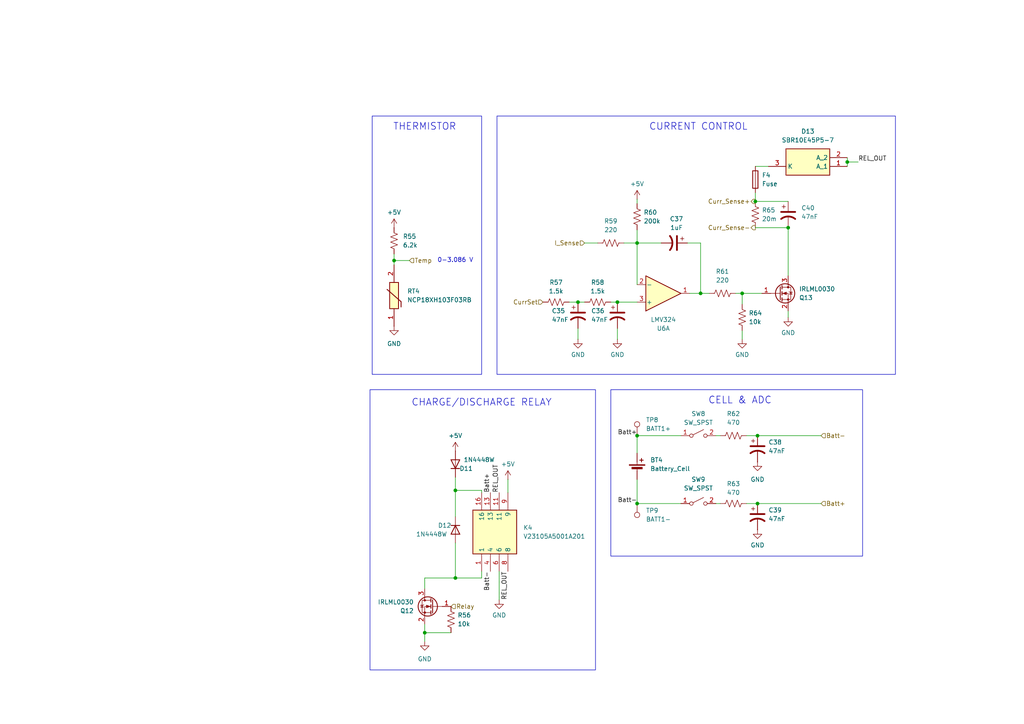
<source format=kicad_sch>
(kicad_sch (version 20231120) (generator "eeschema") (generator_version "8.0")
  (paper "A4")
  (lib_symbols
    (symbol "Amplifier_Operational:LMV324" (pin_names (offset 0.127))
      (property "Reference" "U" (at 0 5.08 0))
      (property "Value" "LMV324" (at 0 -5.08 0))
      (symbol "LMV324_1_1"
        (polyline (pts (xy -5.08 5.08) (xy 5.08 0) (xy -5.08 -5.08) (xy -5.08 5.08)) (stroke (width 0.254)) (fill (type background)))
        (pin output line (at 7.62 0 180) (length 2.54) (name "~") (number "1"))
        (pin input line (at -7.62 -2.54 0) (length 2.54) (name "-") (number "2"))
        (pin input line (at -7.62 2.54 0) (length 2.54) (name "+") (number "3"))
      )
      (symbol "LMV324_2_1"
        (polyline (pts (xy -5.08 5.08) (xy 5.08 0) (xy -5.08 -5.08) (xy -5.08 5.08)) (stroke (width 0.254)) (fill (type background)))
        (pin input line (at -7.62 2.54 0) (length 2.54) (name "+") (number "5"))
        (pin input line (at -7.62 -2.54 0) (length 2.54) (name "-") (number "6"))
        (pin output line (at 7.62 0 180) (length 2.54) (name "~") (number "7"))
      )
      (symbol "LMV324_3_1"
        (polyline (pts (xy -5.08 5.08) (xy 5.08 0) (xy -5.08 -5.08) (xy -5.08 5.08)) (stroke (width 0.254)) (fill (type background)))
        (pin input line (at -7.62 2.54 0) (length 2.54) (name "+") (number "10"))
        (pin output line (at 7.62 0 180) (length 2.54) (name "~") (number "8"))
        (pin input line (at -7.62 -2.54 0) (length 2.54) (name "-") (number "9"))
      )
      (symbol "LMV324_4_1"
        (polyline (pts (xy -5.08 5.08) (xy 5.08 0) (xy -5.08 -5.08) (xy -5.08 5.08)) (stroke (width 0.254)) (fill (type background)))
        (pin input line (at -7.62 2.54 0) (length 2.54) (name "+") (number "12"))
        (pin input line (at -7.62 -2.54 0) (length 2.54) (name "-") (number "13"))
        (pin output line (at 7.62 0 180) (length 2.54) (name "~") (number "14"))
      )
      (symbol "LMV324_5_1"
        (pin power_in line (at -2.54 -7.62 90) (length 3.81) (name "V-") (number "11"))
        (pin power_in line (at -2.54 7.62 270) (length 3.81) (name "V+") (number "4"))
      )
    )
    (symbol "Connector:TestPoint" (pin_numbers hide) (pin_names (offset 0.762) hide)
      (property "Reference" "TP" (at 0 6.858 0))
      (property "Value" "TestPoint" (at 0 5.08 0))
      (symbol "TestPoint_0_1"
        (circle (center 0 3.302) (radius 0.762))
      )
      (symbol "TestPoint_1_1"
        (pin passive line (at 0 0 90) (length 2.54) (name "1") (number "1"))
      )
    )
    (symbol "Device:Battery_Cell" (pin_numbers hide) (pin_names (offset 0) hide)
      (property "Reference" "BT" (at 2.54 2.54 0))
      (property "Value" "Battery_Cell" (at 2.54 0 0))
      (symbol "Battery_Cell_0_1"
        (rectangle (start -2.286 1.778) (end 2.286 1.524) (fill (type outline)))
        (rectangle (start -1.524 1.016) (end 1.524 0.508) (fill (type outline)))
        (polyline (pts (xy 0 0.762) (xy 0 0)))
        (polyline (pts (xy 0 1.778) (xy 0 2.54)))
        (polyline (pts (xy 0.762 3.048) (xy 1.778 3.048)) (stroke (width 0.254)))
        (polyline (pts (xy 1.27 3.556) (xy 1.27 2.54)) (stroke (width 0.254)))
      )
      (symbol "Battery_Cell_1_1"
        (pin passive line (at 0 5.08 270) (length 2.54) (name "+") (number "1"))
        (pin passive line (at 0 -2.54 90) (length 2.54) (name "-") (number "2"))
      )
    )
    (symbol "Device:C_Polarized_US" (pin_numbers hide) (pin_names (offset 0.254) hide)
      (property "Reference" "C" (at 0.635 2.54 0))
      (property "Value" "C_Polarized_US" (at 0.635 -2.54 0))
      (symbol "C_Polarized_US_0_1"
        (polyline (pts (xy -2.032 0.762) (xy 2.032 0.762)) (stroke (width 0.508)))
        (polyline (pts (xy -1.778 2.286) (xy -0.762 2.286)))
        (polyline (pts (xy -1.27 1.778) (xy -1.27 2.794)))
        (arc (start 2.032 -1.27) (mid 0 -0.5572) (end -2.032 -1.27) (stroke (width 0.508)))
      )
      (symbol "C_Polarized_US_1_1"
        (pin passive line (at 0 3.81 270) (length 2.794) (name "~") (number "1"))
        (pin passive line (at 0 -3.81 90) (length 3.302) (name "~") (number "2"))
      )
    )
    (symbol "Device:Fuse" (pin_numbers hide) (pin_names (offset 0))
      (property "Reference" "F" (at 2.032 0 90))
      (property "Value" "Fuse" (at -1.905 0 90))
      (symbol "Fuse_0_1"
        (rectangle (start -0.762 -2.54) (end 0.762 2.54) (stroke (width 0.254)))
        (polyline (pts (xy 0 2.54) (xy 0 -2.54)))
      )
      (symbol "Fuse_1_1"
        (pin passive line (at 0 3.81 270) (length 1.27) (name "~") (number "1"))
        (pin passive line (at 0 -3.81 90) (length 1.27) (name "~") (number "2"))
      )
    )
    (symbol "Device:R_US" (pin_numbers hide) (pin_names (offset 0))
      (property "Reference" "R" (at 2.54 0 90))
      (property "Value" "R_US" (at -2.54 0 90))
      (symbol "R_US_0_1"
        (polyline (pts (xy 0 -2.286) (xy 0 -2.54)))
        (polyline (pts (xy 0 2.286) (xy 0 2.54)))
        (polyline (pts (xy 0 -0.762) (xy 1.016 -1.143) (xy 0 -1.524) (xy -1.016 -1.905) (xy 0 -2.286)))
        (polyline (pts (xy 0 0.762) (xy 1.016 0.381) (xy 0 0) (xy -1.016 -0.381) (xy 0 -0.762)))
        (polyline (pts (xy 0 2.286) (xy 1.016 1.905) (xy 0 1.524) (xy -1.016 1.143) (xy 0 0.762)))
      )
      (symbol "R_US_1_1"
        (pin passive line (at 0 3.81 270) (length 1.27) (name "~") (number "1"))
        (pin passive line (at 0 -3.81 90) (length 1.27) (name "~") (number "2"))
      )
    )
    (symbol "Diode:1N4448W" (pin_numbers hide) (pin_names hide)
      (property "Reference" "D" (at 0 2.54 0))
      (property "Value" "1N4448W" (at 0 -2.54 0))
      (symbol "1N4448W_0_1"
        (polyline (pts (xy -1.27 1.27) (xy -1.27 -1.27)) (stroke (width 0.254)))
        (polyline (pts (xy 1.27 0) (xy -1.27 0)))
        (polyline (pts (xy 1.27 1.27) (xy 1.27 -1.27) (xy -1.27 0) (xy 1.27 1.27)) (stroke (width 0.254)))
      )
      (symbol "1N4448W_1_1"
        (pin passive line (at -3.81 0 0) (length 2.54) (name "K") (number "1"))
        (pin passive line (at 3.81 0 180) (length 2.54) (name "A") (number "2"))
      )
    )
    (symbol "NCP18XH103F03RB:NCP18XH103F03RB" (pin_names hide)
      (property "Reference" "RT" (at 13.97 6.35 0))
      (property "Value" "NCP18XH103F03RB" (at 13.97 3.81 0))
      (symbol "NCP18XH103F03RB_1_1"
        (polyline (pts (xy 5.588 -2.032) (xy 7.112 -2.032)) (stroke (width 0.254)))
        (polyline (pts (xy 10.668 2.032) (xy 7.112 -2.032)) (stroke (width 0.254)))
        (rectangle (start 5.08 1.27) (end 12.7 -1.27) (stroke (width 0.254)) (fill (type background)))
        (pin passive line (at 0 0 0) (length 5.08) (name "1") (number "1"))
        (pin passive line (at 17.78 0 180) (length 5.08) (name "2") (number "2"))
      )
    )
    (symbol "SBR10E45P5-7:SBR10E45P5-7"
      (property "Reference" "D" (at 19.05 7.62 0))
      (property "Value" "SBR10E45P5-7" (at 19.05 5.08 0))
      (symbol "SBR10E45P5-7_1_1"
        (rectangle (start 5.08 2.54) (end 17.78 -5.08) (stroke (width 0.254)) (fill (type background)))
        (pin passive line (at 0 0 0) (length 5.08) (name "A_1") (number "1"))
        (pin passive line (at 0 -2.54 0) (length 5.08) (name "A_2") (number "2"))
        (pin passive line (at 22.86 0 180) (length 5.08) (name "K") (number "3"))
      )
    )
    (symbol "Switch:SW_SPST" (pin_names (offset 0) hide)
      (property "Reference" "SW" (at 0 3.175 0))
      (property "Value" "SW_SPST" (at 0 -2.54 0))
      (symbol "SW_SPST_0_0"
        (circle (center -2.032 0) (radius 0.508))
        (polyline (pts (xy -1.524 0.254) (xy 1.524 1.778)))
        (circle (center 2.032 0) (radius 0.508))
      )
      (symbol "SW_SPST_1_1"
        (pin passive line (at -5.08 0 0) (length 2.54) (name "A") (number "1"))
        (pin passive line (at 5.08 0 180) (length 2.54) (name "B") (number "2"))
      )
    )
    (symbol "Transistor_FET:IRLML0030" (pin_names hide)
      (property "Reference" "Q" (at 5.08 1.905 0))
      (property "Value" "IRLML0030" (at 5.08 0 0))
      (symbol "IRLML0030_0_1"
        (polyline (pts (xy 0.254 0) (xy -2.54 0)))
        (polyline (pts (xy 0.254 1.905) (xy 0.254 -1.905)) (stroke (width 0.254)))
        (polyline (pts (xy 0.762 -1.27) (xy 0.762 -2.286)) (stroke (width 0.254)))
        (polyline (pts (xy 0.762 0.508) (xy 0.762 -0.508)) (stroke (width 0.254)))
        (polyline (pts (xy 0.762 2.286) (xy 0.762 1.27)) (stroke (width 0.254)))
        (polyline (pts (xy 2.54 2.54) (xy 2.54 1.778)))
        (polyline (pts (xy 2.54 -2.54) (xy 2.54 0) (xy 0.762 0)))
        (polyline (pts (xy 0.762 -1.778) (xy 3.302 -1.778) (xy 3.302 1.778) (xy 0.762 1.778)))
        (polyline (pts (xy 1.016 0) (xy 2.032 0.381) (xy 2.032 -0.381) (xy 1.016 0)) (fill (type outline)))
        (polyline (pts (xy 2.794 0.508) (xy 2.921 0.381) (xy 3.683 0.381) (xy 3.81 0.254)))
        (polyline (pts (xy 3.302 0.381) (xy 2.921 -0.254) (xy 3.683 -0.254) (xy 3.302 0.381)))
        (circle (center 1.651 0) (radius 2.794) (stroke (width 0.254)))
        (circle (center 2.54 -1.778) (radius 0.254) (fill (type outline)))
        (circle (center 2.54 1.778) (radius 0.254) (fill (type outline)))
      )
      (symbol "IRLML0030_1_1"
        (pin input line (at -5.08 0 0) (length 2.54) (name "G") (number "1"))
        (pin passive line (at 2.54 -5.08 90) (length 2.54) (name "S") (number "2"))
        (pin passive line (at 2.54 5.08 270) (length 2.54) (name "D") (number "3"))
      )
    )
    (symbol "V23105A5001A201:V23105A5001A201"
      (property "Reference" "K" (at 19.05 7.62 0))
      (property "Value" "V23105A5001A201" (at 19.05 5.08 0))
      (symbol "V23105A5001A201_1_1"
        (rectangle (start 5.08 2.54) (end 17.78 -10.16) (stroke (width 0.254)) (fill (type background)))
        (pin passive line (at 0 0 0) (length 5.08) (name "1") (number "1"))
        (pin passive line (at 22.86 -5.08 180) (length 5.08) (name "11") (number "11"))
        (pin passive line (at 22.86 -2.54 180) (length 5.08) (name "13") (number "13"))
        (pin passive line (at 22.86 0 180) (length 5.08) (name "16") (number "16"))
        (pin passive line (at 0 -2.54 0) (length 5.08) (name "4") (number "4"))
        (pin passive line (at 0 -5.08 0) (length 5.08) (name "6") (number "6"))
        (pin passive line (at 0 -7.62 0) (length 5.08) (name "8") (number "8"))
        (pin passive line (at 22.86 -7.62 180) (length 5.08) (name "9") (number "9"))
      )
    )
    (symbol "power:+5V" (power) (pin_numbers hide) (pin_names (offset 0) hide)
      (property "Value" "+5V" (at 0 3.556 0))
      (symbol "+5V_0_1"
        (polyline (pts (xy -0.762 1.27) (xy 0 2.54)))
        (polyline (pts (xy 0 0) (xy 0 2.54)))
        (polyline (pts (xy 0 2.54) (xy 0.762 1.27)))
      )
      (symbol "+5V_1_1"
        (pin power_in line (at 0 0 90) (length 0) (name "~") (number "1"))
      )
    )
    (symbol "power:GND" (power) (pin_numbers hide) (pin_names (offset 0) hide)
      (property "Value" "GND" (at 0 -3.81 0))
      (symbol "GND_0_1"
        (polyline (pts (xy 0 0) (xy 0 -1.27) (xy 1.27 -1.27) (xy 0 -2.54) (xy -1.27 -1.27) (xy 0 -1.27)))
      )
      (symbol "GND_1_1"
        (pin power_in line (at 0 0 270) (length 0) (name "~") (number "1"))
      )
    )
  )
  (junction (at 215.265 85.09))
  (junction (at 123.19 183.515))
  (junction (at 184.785 126.365))
  (junction (at 245.745 46.99))
  (junction (at 219.71 146.05))
  (junction (at 219.075 58.42))
  (junction (at 228.6 66.04))
  (junction (at 114.3 75.565))
  (junction (at 132.08 167.64))
  (junction (at 203.2 85.09))
  (junction (at 132.08 142.24))
  (junction (at 219.71 126.365))
  (junction (at 167.64 87.63))
  (junction (at 184.785 146.05))
  (junction (at 179.07 87.63))
  (junction (at 184.785 70.485))
  (wire (pts (xy 123.19 167.64) (xy 132.08 167.64)))
  (wire (pts (xy 132.08 138.43) (xy 132.08 142.24)))
  (wire (pts (xy 245.745 45.72) (xy 245.745 46.99)))
  (wire (pts (xy 216.535 146.05) (xy 219.71 146.05)))
  (wire (pts (xy 114.3 73.66) (xy 114.3 75.565)))
  (wire (pts (xy 207.645 126.365) (xy 208.915 126.365)))
  (wire (pts (xy 123.19 183.515) (xy 123.19 180.975)))
  (wire (pts (xy 213.36 85.09) (xy 215.265 85.09)))
  (wire (pts (xy 177.165 87.63) (xy 179.07 87.63)))
  (wire (pts (xy 123.19 167.64) (xy 123.19 170.815)))
  (wire (pts (xy 184.785 70.485) (xy 184.785 82.55)))
  (wire (pts (xy 184.785 57.785) (xy 184.785 59.055)))
  (wire (pts (xy 248.92 46.99) (xy 245.745 46.99)))
  (wire (pts (xy 179.07 95.25) (xy 179.07 98.425)))
  (wire (pts (xy 207.645 146.05) (xy 208.915 146.05)))
  (wire (pts (xy 228.6 90.17) (xy 228.6 92.075)))
  (wire (pts (xy 123.19 183.515) (xy 123.19 186.055)))
  (wire (pts (xy 184.785 139.065) (xy 184.785 146.05)))
  (wire (pts (xy 147.32 139.065) (xy 147.32 142.875)))
  (wire (pts (xy 169.545 70.485) (xy 173.355 70.485)))
  (wire (pts (xy 114.3 75.565) (xy 118.745 75.565)))
  (wire (pts (xy 203.2 85.09) (xy 205.74 85.09)))
  (wire (pts (xy 184.785 66.675) (xy 184.785 70.485)))
  (wire (pts (xy 219.075 48.26) (xy 222.885 48.26)))
  (wire (pts (xy 179.07 87.63) (xy 184.785 87.63)))
  (wire (pts (xy 215.265 98.425) (xy 215.265 95.885)))
  (wire (pts (xy 114.3 75.565) (xy 114.3 76.835)))
  (wire (pts (xy 139.7 142.24) (xy 139.7 142.875)))
  (wire (pts (xy 203.2 70.485) (xy 203.2 85.09)))
  (wire (pts (xy 219.71 146.05) (xy 238.125 146.05)))
  (wire (pts (xy 184.785 146.05) (xy 197.485 146.05)))
  (wire (pts (xy 139.7 167.64) (xy 139.7 165.735)))
  (wire (pts (xy 132.08 167.64) (xy 139.7 167.64)))
  (wire (pts (xy 219.075 66.04) (xy 228.6 66.04)))
  (wire (pts (xy 180.975 70.485) (xy 184.785 70.485)))
  (wire (pts (xy 200.025 85.09) (xy 203.2 85.09)))
  (wire (pts (xy 132.08 142.24) (xy 132.08 149.86)))
  (wire (pts (xy 144.78 165.735) (xy 144.78 173.99)))
  (wire (pts (xy 220.98 85.09) (xy 215.265 85.09)))
  (wire (pts (xy 219.71 126.365) (xy 238.125 126.365)))
  (wire (pts (xy 228.6 66.04) (xy 228.6 80.01)))
  (wire (pts (xy 167.64 87.63) (xy 169.545 87.63)))
  (wire (pts (xy 216.535 126.365) (xy 219.71 126.365)))
  (wire (pts (xy 130.81 183.515) (xy 123.19 183.515)))
  (wire (pts (xy 245.745 46.99) (xy 245.745 48.26)))
  (wire (pts (xy 219.075 55.88) (xy 219.075 58.42)))
  (wire (pts (xy 167.64 95.25) (xy 167.64 98.425)))
  (wire (pts (xy 132.08 142.24) (xy 139.7 142.24)))
  (wire (pts (xy 184.785 70.485) (xy 191.77 70.485)))
  (wire (pts (xy 132.08 157.48) (xy 132.08 167.64)))
  (wire (pts (xy 199.39 70.485) (xy 203.2 70.485)))
  (wire (pts (xy 215.265 85.09) (xy 215.265 88.265)))
  (wire (pts (xy 184.785 126.365) (xy 184.785 131.445)))
  (wire (pts (xy 197.485 126.365) (xy 184.785 126.365)))
  (wire (pts (xy 165.1 87.63) (xy 167.64 87.63)))
  (wire (pts (xy 219.075 58.42) (xy 228.6 58.42)))
  (rectangle (start 177.165 113.03) (end 250.19 161.29))
  (rectangle (start 107.315 113.03) (end 172.72 194.31))
  (rectangle (start 107.95 33.655) (end 139.7 108.585))
  (rectangle (start 144.145 33.655) (end 259.715 108.585))
  (text "CHARGE/DISCHARGE RELAY" (at 139.7 116.84 0) (effects (font (size 2 2))))
  (text "THERMISTOR" (at 123.19 36.83 0) (effects (font (size 2 2))))
  (text "CELL & ADC" (at 214.63 116.205 0) (effects (font (size 2 2))))
  (text "0-3.086 V" (at 132.08 75.565 0) (effects (font (size 1.27 1.27))))
  (text "CURRENT CONTROL" (at 202.565 36.83 0) (effects (font (size 2 2))))
  (label "Batt-" (at 184.785 146.05 180))
  (label "Batt+" (at 184.785 126.365 180))
  (label "Batt+" (at 142.24 142.875 90))
  (label "Batt-" (at 142.24 165.735 270))
  (label "REL_OUT" (at 248.92 46.99 0))
  (label "REL_OUT" (at 144.78 142.875 90))
  (label "REL_OUT" (at 147.32 165.735 270))
  (hierarchical_label "Batt-" (shape input) (at 238.125 126.365 0))
  (hierarchical_label "Curr_Sense+" (shape output) (at 219.075 58.42 180))
  (hierarchical_label "CurrSet" (shape input) (at 157.48 87.63 180))
  (hierarchical_label "Temp" (shape input) (at 118.745 75.565 0))
  (hierarchical_label "Curr_Sense-" (shape output) (at 219.075 66.04 180))
  (hierarchical_label "I_Sense" (shape input) (at 169.545 70.485 180))
  (hierarchical_label "Relay" (shape input) (at 130.81 175.895 0))
  (hierarchical_label "Batt+" (shape input) (at 238.125 146.05 0))
  (symbol (lib_id "Transistor_FET:IRLML0030") (at 125.73 175.895 0) (mirror y) (unit 1)
    (property "Reference" "Q12" (at 120.015 177.1651 0) (effects (justify left)))
    (property "Value" "IRLML0030" (at 120.015 174.6251 0) (effects (justify left)))
    (property "Footprint" "Package_TO_SOT_SMD:SOT-23" (effects (hide yes)))
    (property "Datasheet" "https://www.infineon.com/dgdl/irlml0030pbf.pdf?fileId=5546d462533600a401535664773825df" (effects (hide yes)))
    (property "Description" "5.3A Id, 30V Vds, 27mOhm Rds, N-Channel HEXFET Power MOSFET, SOT-23" (effects (hide yes)))
    (instances (project "Cell-Characterization-Board" (path "" (reference "Q12") (unit 1)) (path "" (reference "Q10") (unit 1)) (path "" (reference "Q8") (unit 1)) (path "" (reference "Q4") (unit 1))))
  )
  (symbol (lib_id "Device:R_US") (at 184.785 62.865 180) (unit 1)
    (property "Reference" "R60" (at 186.69 61.5949 0) (effects (justify right)))
    (property "Value" "200k" (at 186.69 64.1349 0) (effects (justify right)))
    (property "Description" "Resistor, US symbol" (effects (hide yes)))
    (instances (project "Cell-Characterization-Board" (path "" (reference "R60") (unit 1)) (path "" (reference "R49") (unit 1)) (path "" (reference "R38") (unit 1)) (path "" (reference "R31") (unit 1))))
  )
  (symbol (lib_id "power:GND") (at 167.64 98.425 0) (unit 1)
    (property "Reference" "#PWR075" (effects (hide yes)))
    (property "Value" "GND" (at 167.64 102.87 0))
    (property "Description" "Power symbol creates a global label with name \"GND\" , ground" (effects (hide yes)))
    (instances (project "Cell-Characterization-Board" (path "" (reference "#PWR075") (unit 1)) (path "" (reference "#PWR062") (unit 1)) (path "" (reference "#PWR049") (unit 1)) (path "" (reference "#PWR047") (unit 1))))
  )
  (symbol (lib_id "Amplifier_Operational:LMV324") (at 192.405 85.09 0) (mirror x) (unit 1)
    (property "Reference" "U6" (at 192.405 95.25 0))
    (property "Value" "LMV324" (at 192.405 92.71 0))
    (property "Datasheet" "http://www.ti.com/lit/ds/symlink/lmv324.pdf" (effects (hide yes)))
    (property "Description" "Quad Low-Voltage Rail-to-Rail Output Operational Amplifier, SOIC-14/SSOP-14" (effects (hide yes)))
    (instances (project "Cell-Characterization-Board" (path "" (reference "U6") (unit 1)) (path "" (reference "U5") (unit 1)) (path "" (reference "U4") (unit 1)) (path "" (reference "U3") (unit 1))))
  )
  (symbol (lib_id "power:+5V") (at 114.3 66.04 0) (unit 1)
    (property "Reference" "#PWR069" (effects (hide yes)))
    (property "Value" "+5V" (at 114.3 61.595 0))
    (property "Description" "Power symbol creates a global label with name \"+5V\"" (effects (hide yes)))
    (instances (project "Cell-Characterization-Board" (path "" (reference "#PWR069") (unit 1)) (path "" (reference "#PWR056") (unit 1)) (path "" (reference "#PWR06") (unit 1)) (path "" (reference "#PWR05") (unit 1))))
  )
  (symbol (lib_id "power:GND") (at 215.265 98.425 0) (unit 1)
    (property "Reference" "#PWR078" (effects (hide yes)))
    (property "Value" "GND" (at 215.265 102.87 0))
    (property "Description" "Power symbol creates a global label with name \"GND\" , ground" (effects (hide yes)))
    (instances (project "Cell-Characterization-Board" (path "" (reference "#PWR078") (unit 1)) (path "" (reference "#PWR065") (unit 1)) (path "" (reference "#PWR052") (unit 1)) (path "" (reference "#PWR045") (unit 1))))
  )
  (symbol (lib_id "Device:R_US") (at 130.81 179.705 0) (unit 1)
    (property "Reference" "R56" (at 132.715 178.4349 0) (effects (justify left)))
    (property "Value" "10k" (at 132.715 180.9749 0) (effects (justify left)))
    (property "Description" "Resistor, US symbol" (effects (hide yes)))
    (instances (project "Cell-Characterization-Board" (path "" (reference "R56") (unit 1)) (path "" (reference "R45") (unit 1)) (path "" (reference "R34") (unit 1)) (path "" (reference "R26") (unit 1))))
  )
  (symbol (lib_id "Diode:1N4448W") (at 132.08 134.62 90) (unit 1)
    (property "Reference" "D11" (at 137.16 135.89 90) (effects (justify left)))
    (property "Value" "1N4448W" (at 143.51 133.35 90) (effects (justify left)))
    (property "Footprint" "Diode_SMD:D_SOD-123" (effects (hide yes)))
    (property "Datasheet" "https://www.vishay.com/docs/85722/1n4448w.pdf" (effects (hide yes)))
    (property "Description" "100V 0.15A High-speed standard diode, SOD-123" (effects (hide yes)))
    (property "Sim.Device" "D" (effects (hide yes)))
    (property "Sim.Pins" "1=K 2=A" (effects (hide yes)))
    (instances (project "Cell-Characterization-Board" (path "" (reference "D11") (unit 1)) (path "" (reference "D8") (unit 1)) (path "" (reference "D5") (unit 1)) (path "" (reference "D4") (unit 1))))
  )
  (symbol (lib_id "Device:R_US") (at 161.29 87.63 90) (unit 1)
    (property "Reference" "R57" (at 161.29 81.915 90))
    (property "Value" "1.5k" (at 161.29 84.455 90))
    (property "Description" "Resistor, US symbol" (effects (hide yes)))
    (instances (project "Cell-Characterization-Board" (path "" (reference "R57") (unit 1)) (path "" (reference "R46") (unit 1)) (path "" (reference "R35") (unit 1)) (path "" (reference "R29") (unit 1))))
  )
  (symbol (lib_id "Connector:TestPoint") (at 184.785 126.365 0) (unit 1)
    (property "Reference" "TP8" (at 187.325 121.7929 0) (effects (justify left)))
    (property "Value" "BATT1+" (at 187.325 124.3329 0) (effects (justify left)))
    (property "Description" "test point" (effects (hide yes)))
    (instances (project "Cell-Characterization-Board" (path "" (reference "TP8") (unit 1)) (path "" (reference "TP6") (unit 1)) (path "" (reference "TP4") (unit 1)) (path "" (reference "TP2") (unit 1))))
  )
  (symbol (lib_id "Device:C_Polarized_US") (at 179.07 91.44 0) (unit 1)
    (property "Reference" "C36" (at 171.45 90.17 0) (effects (justify left)))
    (property "Value" "47nF" (at 171.45 92.71 0) (effects (justify left)))
    (property "Description" "Polarized capacitor, US symbol" (effects (hide yes)))
    (instances (project "Cell-Characterization-Board" (path "" (reference "C36") (unit 1)) (path "" (reference "C30") (unit 1)) (path "" (reference "C24") (unit 1)) (path "" (reference "C21") (unit 1))))
  )
  (symbol (lib_id "Device:R_US") (at 212.725 146.05 90) (unit 1)
    (property "Reference" "R63" (at 212.725 140.335 90))
    (property "Value" "470" (at 212.725 142.875 90))
    (property "Description" "Resistor, US symbol" (effects (hide yes)))
    (instances (project "Cell-Characterization-Board" (path "" (reference "R63") (unit 1)) (path "" (reference "R52") (unit 1)) (path "" (reference "R41") (unit 1)) (path "" (reference "R22") (unit 1))))
  )
  (symbol (lib_id "Device:R_US") (at 209.55 85.09 90) (unit 1)
    (property "Reference" "R61" (at 209.55 78.74 90))
    (property "Value" "220" (at 209.55 81.28 90))
    (property "Description" "Resistor, US symbol" (effects (hide yes)))
    (instances (project "Cell-Characterization-Board" (path "" (reference "R61") (unit 1)) (path "" (reference "R50") (unit 1)) (path "" (reference "R39") (unit 1)) (path "" (reference "R27") (unit 1))))
  )
  (symbol (lib_id "Device:R_US") (at 177.165 70.485 90) (unit 1)
    (property "Reference" "R59" (at 177.165 64.135 90))
    (property "Value" "220" (at 177.165 66.675 90))
    (property "Description" "Resistor, US symbol" (effects (hide yes)))
    (instances (project "Cell-Characterization-Board" (path "" (reference "R59") (unit 1)) (path "" (reference "R48") (unit 1)) (path "" (reference "R37") (unit 1)) (path "" (reference "R30") (unit 1))))
  )
  (symbol (lib_id "Device:Battery_Cell") (at 184.785 136.525 0) (unit 1)
    (property "Reference" "BT4" (at 188.595 133.4134 0) (effects (justify left)))
    (property "Value" "Battery_Cell" (at 188.595 135.9534 0) (effects (justify left)))
    (property "Description" "Single-cell battery" (effects (hide yes)))
    (instances (project "Cell-Characterization-Board" (path "" (reference "BT4") (unit 1)) (path "" (reference "BT3") (unit 1)) (path "" (reference "BT2") (unit 1)) (path "" (reference "BT1") (unit 1))))
  )
  (symbol (lib_id "SBR10E45P5-7:SBR10E45P5-7") (at 245.745 48.26 180) (unit 1)
    (property "Reference" "D13" (at 234.315 38.1 0))
    (property "Value" "SBR10E45P5-7" (at 234.315 40.64 0))
    (property "Footprint" "SBR10E45P57" (effects (hide yes)))
    (property "Datasheet" "https://www.diodes.com//assets/Datasheets/SBR10E45P5.pdf" (effects (hide yes)))
    (property "Description" "45V 10A SBR SUPER BARRIER RECTIFIER PowerDI5" (effects (hide yes)))
    (property "Height" "1.15" (effects (hide yes)))
    (property "Mouser Part Number" "621-SBR10E45P5-7" (effects (hide yes)))
    (property "Mouser Price/Stock" "https://www.mouser.co.uk/ProductDetail/Diodes-Incorporated/SBR10E45P5-7?qs=wtVJq%252Be05r%252ByalHN7cQkcg%3D%3D" (effects (hide yes)))
    (property "Manufacturer_Name" "Diodes Incorporated" (effects (hide yes)))
    (property "Manufacturer_Part_Number" "SBR10E45P5-7" (effects (hide yes)))
    (instances (project "Cell-Characterization-Board" (path "" (reference "D13") (unit 1)) (path "" (reference "D10") (unit 1)) (path "" (reference "D7") (unit 1)) (path "" (reference "D2") (unit 1))))
  )
  (symbol (lib_id "Device:C_Polarized_US") (at 219.71 149.86 0) (unit 1)
    (property "Reference" "C39" (at 222.885 147.9549 0) (effects (justify left)))
    (property "Value" "47nF" (at 222.885 150.4949 0) (effects (justify left)))
    (property "Description" "Polarized capacitor, US symbol" (effects (hide yes)))
    (instances (project "Cell-Characterization-Board" (path "" (reference "C39") (unit 1)) (path "" (reference "C33") (unit 1)) (path "" (reference "C27") (unit 1)) (path "" (reference "C17") (unit 1))))
  )
  (symbol (lib_id "Device:C_Polarized_US") (at 228.6 62.23 0) (unit 1)
    (property "Reference" "C40" (at 232.41 60.3249 0) (effects (justify left)))
    (property "Value" "47nF" (at 232.41 62.8649 0) (effects (justify left)))
    (property "Description" "Polarized capacitor, US symbol" (effects (hide yes)))
    (instances (project "Cell-Characterization-Board" (path "" (reference "C40") (unit 1)) (path "" (reference "C34") (unit 1)) (path "" (reference "C28") (unit 1)) (path "" (reference "C18") (unit 1))))
  )
  (symbol (lib_id "Connector:TestPoint") (at 184.785 146.05 180) (unit 1)
    (property "Reference" "TP9" (at 187.325 148.0819 0) (effects (justify right)))
    (property "Value" "BATT1-" (at 187.325 150.6219 0) (effects (justify right)))
    (property "Description" "test point" (effects (hide yes)))
    (instances (project "Cell-Characterization-Board" (path "" (reference "TP9") (unit 1)) (path "" (reference "TP7") (unit 1)) (path "" (reference "TP5") (unit 1)) (path "" (reference "TP3") (unit 1))))
  )
  (symbol (lib_id "power:GND") (at 114.3 94.615 0) (unit 1)
    (property "Reference" "#PWR070" (effects (hide yes)))
    (property "Value" "GND" (at 114.3 99.695 0))
    (property "Description" "Power symbol creates a global label with name \"GND\" , ground" (effects (hide yes)))
    (instances (project "Cell-Characterization-Board" (path "" (reference "#PWR070") (unit 1)) (path "" (reference "#PWR057") (unit 1)) (path "" (reference "#PWR07") (unit 1)) (path "" (reference "#PWR04") (unit 1))))
  )
  (symbol (lib_id "power:+5V") (at 184.785 57.785 0) (unit 1)
    (property "Reference" "#PWR077" (effects (hide yes)))
    (property "Value" "+5V" (at 184.785 53.34 0))
    (property "Description" "Power symbol creates a global label with name \"+5V\"" (effects (hide yes)))
    (instances (project "Cell-Characterization-Board" (path "" (reference "#PWR077") (unit 1)) (path "" (reference "#PWR064") (unit 1)) (path "" (reference "#PWR051") (unit 1)) (path "" (reference "#PWR048") (unit 1))))
  )
  (symbol (lib_id "Device:R_US") (at 173.355 87.63 90) (unit 1)
    (property "Reference" "R58" (at 173.355 81.915 90))
    (property "Value" "1.5k" (at 173.355 84.455 90))
    (property "Description" "Resistor, US symbol" (effects (hide yes)))
    (instances (project "Cell-Characterization-Board" (path "" (reference "R58") (unit 1)) (path "" (reference "R47") (unit 1)) (path "" (reference "R36") (unit 1)) (path "" (reference "R28") (unit 1))))
  )
  (symbol (lib_id "power:GND") (at 228.6 92.075 0) (unit 1)
    (property "Reference" "#PWR081" (effects (hide yes)))
    (property "Value" "GND" (at 228.6 96.52 0))
    (property "Description" "Power symbol creates a global label with name \"GND\" , ground" (effects (hide yes)))
    (instances (project "Cell-Characterization-Board" (path "" (reference "#PWR081") (unit 1)) (path "" (reference "#PWR068") (unit 1)) (path "" (reference "#PWR055") (unit 1)) (path "" (reference "#PWR042") (unit 1))))
  )
  (symbol (lib_id "Device:R_US") (at 219.075 62.23 0) (unit 1)
    (property "Reference" "R65" (at 220.98 60.9599 0) (effects (justify left)))
    (property "Value" "20m" (at 220.98 63.4999 0) (effects (justify left)))
    (property "Description" "Resistor, US symbol" (effects (hide yes)))
    (instances (project "Cell-Characterization-Board" (path "" (reference "R65") (unit 1)) (path "" (reference "R54") (unit 1)) (path "" (reference "R43") (unit 1)) (path "" (reference "R23") (unit 1))))
  )
  (symbol (lib_id "Device:C_Polarized_US") (at 167.64 91.44 0) (unit 1)
    (property "Reference" "C35" (at 160.02 90.17 0) (effects (justify left)))
    (property "Value" "47nF" (at 160.02 92.71 0) (effects (justify left)))
    (property "Description" "Polarized capacitor, US symbol" (effects (hide yes)))
    (instances (project "Cell-Characterization-Board" (path "" (reference "C35") (unit 1)) (path "" (reference "C29") (unit 1)) (path "" (reference "C23") (unit 1)) (path "" (reference "C22") (unit 1))))
  )
  (symbol (lib_id "V23105A5001A201:V23105A5001A201") (at 139.7 165.735 90) (unit 1)
    (property "Reference" "K4" (at 151.765 153.0349 90) (effects (justify right)))
    (property "Value" "V23105A5001A201" (at 151.765 155.5749 90) (effects (justify right)))
    (property "Footprint" "V23105A5001A201" (effects (hide yes)))
    (property "Datasheet" "https://www.te.com/commerce/DocumentDelivery/DDEController?Action=srchrtrv&DocNm=108-98007&DocType=SS&DocLang=EN" (effects (hide yes)))
    (property "Description" "DPDT submin relay,3A 5Vdc coil 150mW TE Connectivity DPDT PCB Mount Non-Latching Relay, 5V dc Coil" (effects (hide yes)))
    (property "Mouser Part Number" "655-V23105A5001A201" (effects (hide yes)))
    (property "Mouser Price/Stock" "https://www.mouser.co.uk/ProductDetail/TE-Connectivity-PB/V23105A5001A201?qs=CizG3IxbuFMuVNcxrZR29g%3D%3D" (effects (hide yes)))
    (property "Manufacturer_Name" "TE Connectivity" (effects (hide yes)))
    (property "Manufacturer_Part_Number" "V23105A5001A201" (effects (hide yes)))
    (instances (project "Cell-Characterization-Board" (path "" (reference "K4") (unit 1)) (path "" (reference "K3") (unit 1)) (path "" (reference "K2") (unit 1)) (path "" (reference "K1") (unit 1))))
  )
  (symbol (lib_id "Switch:SW_SPST") (at 202.565 146.05 0) (unit 1)
    (property "Reference" "SW9" (at 202.565 139.065 0))
    (property "Value" "SW_SPST" (at 202.565 141.605 0))
    (property "Description" "Single Pole Single Throw (SPST) switch" (effects (hide yes)))
    (instances (project "Cell-Characterization-Board" (path "" (reference "SW9") (unit 1)) (path "" (reference "SW7") (unit 1)) (path "" (reference "SW5") (unit 1)) (path "" (reference "SW3") (unit 1))))
  )
  (symbol (lib_id "NCP18XH103F03RB:NCP18XH103F03RB") (at 114.3 94.615 90) (unit 1)
    (property "Reference" "RT4" (at 118.11 84.4549 90) (effects (justify right)))
    (property "Value" "NCP18XH103F03RB" (at 118.11 86.9949 90) (effects (justify right)))
    (property "Footprint" "THRMC1608X95N" (effects (hide yes)))
    (property "Datasheet" "https://componentsearchengine.com/Datasheets/2/NCP18XH103F03RB.pdf" (effects (hide yes)))
    (property "Description" "Thermistor NTC 10K Ohm 1% 2-Pin 0603 Surface Mount Solder Pad 3434K T/R" (effects (hide yes)))
    (property "Height" "0.95" (effects (hide yes)))
    (property "Mouser Part Number" "81-NCP18XH103F03RB" (effects (hide yes)))
    (property "Mouser Price/Stock" "https://www.mouser.co.uk/ProductDetail/Murata-Electronics/NCP18XH103F03RB?qs=k3rQb2PKXqkF9YvF09qsvw%3D%3D" (effects (hide yes)))
    (property "Manufacturer_Name" "Murata Electronics" (effects (hide yes)))
    (property "Manufacturer_Part_Number" "NCP18XH103F03RB" (effects (hide yes)))
    (instances (project "Cell-Characterization-Board" (path "" (reference "RT4") (unit 1)) (path "" (reference "RT3") (unit 1)) (path "" (reference "RT2") (unit 1)) (path "" (reference "RT1") (unit 1))))
  )
  (symbol (lib_id "power:+5V") (at 132.08 130.81 0) (unit 1)
    (property "Reference" "#PWR072" (effects (hide yes)))
    (property "Value" "+5V" (at 132.08 126.365 0))
    (property "Description" "Power symbol creates a global label with name \"+5V\"" (effects (hide yes)))
    (instances (project "Cell-Characterization-Board" (path "" (reference "#PWR072") (unit 1)) (path "" (reference "#PWR059") (unit 1)) (path "" (reference "#PWR09") (unit 1)) (path "" (reference "#PWR043") (unit 1))))
  )
  (symbol (lib_id "power:GND") (at 144.78 173.99 0) (unit 1)
    (property "Reference" "#PWR073" (effects (hide yes)))
    (property "Value" "GND" (at 144.78 178.435 0))
    (property "Description" "Power symbol creates a global label with name \"GND\" , ground" (effects (hide yes)))
    (instances (project "Cell-Characterization-Board" (path "" (reference "#PWR073") (unit 1)) (path "" (reference "#PWR060") (unit 1)) (path "" (reference "#PWR010") (unit 1)) (path "" (reference "#PWR041") (unit 1))))
  )
  (symbol (lib_id "Diode:1N4448W") (at 132.08 153.67 270) (unit 1)
    (property "Reference" "D12" (at 127 152.4 90) (effects (justify left)))
    (property "Value" "1N4448W" (at 120.65 154.94 90) (effects (justify left)))
    (property "Footprint" "Diode_SMD:D_SOD-123" (effects (hide yes)))
    (property "Datasheet" "https://www.vishay.com/docs/85722/1n4448w.pdf" (effects (hide yes)))
    (property "Description" "100V 0.15A High-speed standard diode, SOD-123" (effects (hide yes)))
    (property "Sim.Device" "D" (effects (hide yes)))
    (property "Sim.Pins" "1=K 2=A" (effects (hide yes)))
    (instances (project "Cell-Characterization-Board" (path "" (reference "D12") (unit 1)) (path "" (reference "D9") (unit 1)) (path "" (reference "D6") (unit 1)) (path "" (reference "D3") (unit 1))))
  )
  (symbol (lib_id "power:+5V") (at 147.32 139.065 0) (unit 1)
    (property "Reference" "#PWR074" (effects (hide yes)))
    (property "Value" "+5V" (at 147.32 134.62 0))
    (property "Description" "Power symbol creates a global label with name \"+5V\"" (effects (hide yes)))
    (instances (project "Cell-Characterization-Board" (path "" (reference "#PWR074") (unit 1)) (path "" (reference "#PWR061") (unit 1)) (path "" (reference "#PWR011") (unit 1)) (path "" (reference "#PWR040") (unit 1))))
  )
  (symbol (lib_id "Device:C_Polarized_US") (at 219.71 130.175 0) (unit 1)
    (property "Reference" "C38" (at 222.885 128.2699 0) (effects (justify left)))
    (property "Value" "47nF" (at 222.885 130.8099 0) (effects (justify left)))
    (property "Description" "Polarized capacitor, US symbol" (effects (hide yes)))
    (instances (project "Cell-Characterization-Board" (path "" (reference "C38") (unit 1)) (path "" (reference "C32") (unit 1)) (path "" (reference "C26") (unit 1)) (path "" (reference "C16") (unit 1))))
  )
  (symbol (lib_id "Device:R_US") (at 215.265 92.075 0) (unit 1)
    (property "Reference" "R64" (at 217.17 90.8049 0) (effects (justify left)))
    (property "Value" "10k" (at 217.17 93.3449 0) (effects (justify left)))
    (property "Description" "Resistor, US symbol" (effects (hide yes)))
    (instances (project "Cell-Characterization-Board" (path "" (reference "R64") (unit 1)) (path "" (reference "R53") (unit 1)) (path "" (reference "R42") (unit 1)) (path "" (reference "R25") (unit 1))))
  )
  (symbol (lib_id "Device:R_US") (at 212.725 126.365 90) (unit 1)
    (property "Reference" "R62" (at 212.725 120.015 90))
    (property "Value" "470" (at 212.725 122.555 90))
    (property "Description" "Resistor, US symbol" (effects (hide yes)))
    (instances (project "Cell-Characterization-Board" (path "" (reference "R62") (unit 1)) (path "" (reference "R51") (unit 1)) (path "" (reference "R40") (unit 1)) (path "" (reference "R21") (unit 1))))
  )
  (symbol (lib_id "power:GND") (at 219.71 133.985 0) (unit 1)
    (property "Reference" "#PWR079" (effects (hide yes)))
    (property "Value" "GND" (at 219.71 139.065 0))
    (property "Description" "Power symbol creates a global label with name \"GND\" , ground" (effects (hide yes)))
    (instances (project "Cell-Characterization-Board" (path "" (reference "#PWR079") (unit 1)) (path "" (reference "#PWR066") (unit 1)) (path "" (reference "#PWR053") (unit 1)) (path "" (reference "#PWR038") (unit 1))))
  )
  (symbol (lib_id "power:GND") (at 123.19 186.055 0) (unit 1)
    (property "Reference" "#PWR071" (effects (hide yes)))
    (property "Value" "GND" (at 123.19 191.135 0))
    (property "Description" "Power symbol creates a global label with name \"GND\" , ground" (effects (hide yes)))
    (instances (project "Cell-Characterization-Board" (path "" (reference "#PWR071") (unit 1)) (path "" (reference "#PWR058") (unit 1)) (path "" (reference "#PWR08") (unit 1)) (path "" (reference "#PWR044") (unit 1))))
  )
  (symbol (lib_id "power:GND") (at 179.07 98.425 0) (unit 1)
    (property "Reference" "#PWR076" (effects (hide yes)))
    (property "Value" "GND" (at 179.07 102.87 0))
    (property "Description" "Power symbol creates a global label with name \"GND\" , ground" (effects (hide yes)))
    (instances (project "Cell-Characterization-Board" (path "" (reference "#PWR076") (unit 1)) (path "" (reference "#PWR063") (unit 1)) (path "" (reference "#PWR050") (unit 1)) (path "" (reference "#PWR046") (unit 1))))
  )
  (symbol (lib_id "Switch:SW_SPST") (at 202.565 126.365 0) (unit 1)
    (property "Reference" "SW8" (at 202.565 120.015 0))
    (property "Value" "SW_SPST" (at 202.565 122.555 0))
    (property "Description" "Single Pole Single Throw (SPST) switch" (effects (hide yes)))
    (instances (project "Cell-Characterization-Board" (path "" (reference "SW8") (unit 1)) (path "" (reference "SW6") (unit 1)) (path "" (reference "SW4") (unit 1)) (path "" (reference "SW2") (unit 1))))
  )
  (symbol (lib_id "Device:C_Polarized_US") (at 195.58 70.485 270) (unit 1)
    (property "Reference" "C37" (at 196.215 63.5 90))
    (property "Value" "1uF" (at 196.215 66.04 90))
    (property "Description" "Polarized capacitor, US symbol" (effects (hide yes)))
    (instances (project "Cell-Characterization-Board" (path "" (reference "C37") (unit 1)) (path "" (reference "C31") (unit 1)) (path "" (reference "C25") (unit 1)) (path "" (reference "C20") (unit 1))))
  )
  (symbol (lib_id "Device:Fuse") (at 219.075 52.07 0) (unit 1)
    (property "Reference" "F4" (at 220.98 50.7999 0) (effects (justify left)))
    (property "Value" "Fuse" (at 220.98 53.3399 0) (effects (justify left)))
    (property "Description" "Fuse" (effects (hide yes)))
    (instances (project "Cell-Characterization-Board" (path "" (reference "F4") (unit 1)) (path "" (reference "F3") (unit 1)) (path "" (reference "F2") (unit 1)) (path "" (reference "F1") (unit 1))))
  )
  (symbol (lib_id "Device:R_US") (at 114.3 69.85 0) (unit 1)
    (property "Reference" "R55" (at 116.84 68.5799 0) (effects (justify left)))
    (property "Value" "6.2k" (at 116.84 71.1199 0) (effects (justify left)))
    (property "Description" "Resistor, US symbol" (effects (hide yes)))
    (instances (project "Cell-Characterization-Board" (path "" (reference "R55") (unit 1)) (path "" (reference "R44") (unit 1)) (path "" (reference "R33") (unit 1)) (path "" (reference "R32") (unit 1))))
  )
  (symbol (lib_id "Transistor_FET:IRLML0030") (at 226.06 85.09 0) (unit 1)
    (property "Reference" "Q13" (at 231.775 86.3601 0) (effects (justify left)))
    (property "Value" "IRLML0030" (at 231.775 83.8201 0) (effects (justify left)))
    (property "Footprint" "Package_TO_SOT_SMD:SOT-23" (effects (hide yes)))
    (property "Datasheet" "https://www.infineon.com/dgdl/irlml0030pbf.pdf?fileId=5546d462533600a401535664773825df" (effects (hide yes)))
    (property "Description" "5.3A Id, 30V Vds, 27mOhm Rds, N-Channel HEXFET Power MOSFET, SOT-23" (effects (hide yes)))
    (instances (project "Cell-Characterization-Board" (path "" (reference "Q13") (unit 1)) (path "" (reference "Q11") (unit 1)) (path "" (reference "Q9") (unit 1)) (path "" (reference "Q7") (unit 1))))
  )
  (symbol (lib_id "power:GND") (at 219.71 153.67 0) (unit 1)
    (property "Reference" "#PWR080" (effects (hide yes)))
    (property "Value" "GND" (at 219.71 158.115 0))
    (property "Description" "Power symbol creates a global label with name \"GND\" , ground" (effects (hide yes)))
    (instances (project "Cell-Characterization-Board" (path "" (reference "#PWR080") (unit 1)) (path "" (reference "#PWR067") (unit 1)) (path "" (reference "#PWR054") (unit 1)) (path "" (reference "#PWR039") (unit 1))))
  )
)
</source>
